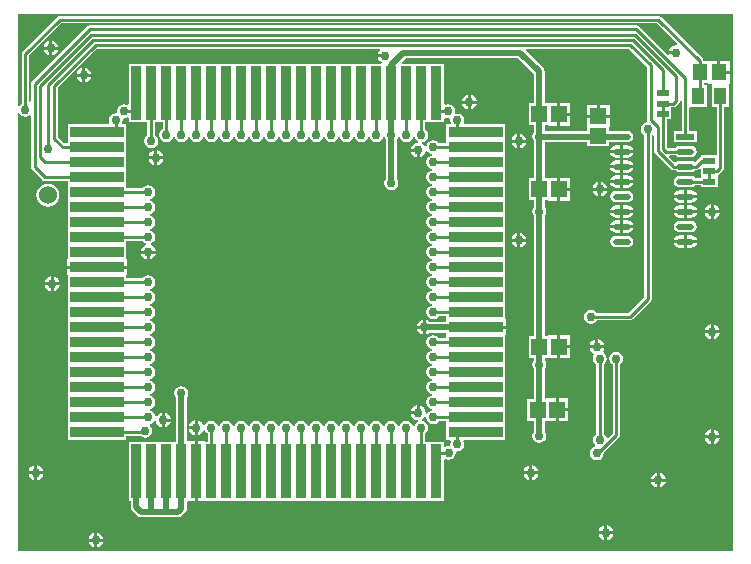
<source format=gbl>
G04 Layer_Physical_Order=2*
G04 Layer_Color=11436288*
%FSLAX24Y24*%
%MOIN*%
G70*
G01*
G75*
%ADD10R,0.0571X0.0532*%
%ADD16C,0.0090*%
%ADD17C,0.0200*%
%ADD18C,0.0100*%
%ADD19C,0.0600*%
%ADD20C,0.0300*%
%ADD21R,0.0354X0.1791*%
%ADD22R,0.1791X0.0354*%
%ADD23R,0.0532X0.0571*%
%ADD24R,0.0413X0.0571*%
%ADD25R,0.0591X0.0217*%
%ADD26O,0.0591X0.0217*%
%ADD27R,0.0512X0.0571*%
%ADD28R,0.0400X0.0200*%
G36*
X38239Y40204D02*
X38276Y40212D01*
X38312Y40176D01*
X38304Y40139D01*
X38321Y40057D01*
X38297Y40007D01*
X38183D01*
Y39493D01*
Y39377D01*
X37942D01*
X37916Y39416D01*
X37840Y39466D01*
X37750Y39484D01*
X37660Y39466D01*
X37584Y39416D01*
X37534Y39340D01*
X37522Y39283D01*
X37469Y39272D01*
X37430Y39330D01*
X37372Y39369D01*
X37383Y39422D01*
X37440Y39433D01*
X37516Y39484D01*
X37567Y39560D01*
X37584Y39650D01*
X37567Y39740D01*
X37516Y39816D01*
X37477Y39842D01*
Y40083D01*
X38107D01*
Y40197D01*
X38157Y40221D01*
X38239Y40204D01*
D02*
G37*
G36*
X46909Y41365D02*
X47025D01*
X47027Y41315D01*
X47027D01*
Y40585D01*
X47187D01*
Y38980D01*
X46670D01*
Y38921D01*
X46651Y38918D01*
X46610Y38890D01*
X46462Y38743D01*
X46410Y38777D01*
X46337Y38792D01*
X45963D01*
X45890Y38777D01*
X45827Y38736D01*
X45782Y38758D01*
X45613Y38926D01*
X45633Y38973D01*
X45822D01*
X45827Y38964D01*
X45890Y38923D01*
X45963Y38908D01*
X46337D01*
X46410Y38923D01*
X46473Y38964D01*
X46514Y39027D01*
X46529Y39100D01*
X46514Y39173D01*
X46473Y39236D01*
X46410Y39277D01*
X46337Y39292D01*
X45963D01*
X45890Y39277D01*
X45827Y39236D01*
X45822Y39227D01*
X45553D01*
X45527Y39253D01*
Y40170D01*
X45680D01*
Y40520D01*
Y40573D01*
X45750D01*
X45799Y40582D01*
X45840Y40610D01*
X45940Y40710D01*
X45968Y40751D01*
X45973Y40775D01*
X46023Y40770D01*
Y39788D01*
X45775D01*
Y39412D01*
X46525D01*
Y39788D01*
X46277D01*
Y40544D01*
X46299Y40585D01*
X46873D01*
Y41315D01*
X46762D01*
Y41385D01*
X46909D01*
Y41365D01*
D02*
G37*
G36*
X37518Y30261D02*
X37516Y30250D01*
X37534Y30160D01*
X37584Y30084D01*
X37660Y30033D01*
X37750Y30015D01*
X37840Y30033D01*
X37916Y30084D01*
X37942Y30122D01*
X38183D01*
Y29993D01*
Y29493D01*
X38312D01*
X38336Y29449D01*
X38322Y29429D01*
X38304Y29339D01*
X38306Y29329D01*
X38271Y29293D01*
X38261Y29295D01*
X38171Y29278D01*
X38151Y29264D01*
X38107Y29288D01*
Y29416D01*
X37477D01*
Y29708D01*
X37516Y29734D01*
X37567Y29810D01*
X37584Y29900D01*
X37567Y29990D01*
X37516Y30066D01*
X37440Y30117D01*
X37383Y30128D01*
X37372Y30181D01*
X37430Y30220D01*
X37471Y30280D01*
X37518Y30261D01*
D02*
G37*
G36*
X35976Y42485D02*
X35970Y42480D01*
X35915Y42398D01*
X35905Y42350D01*
X36150D01*
Y42250D01*
X35905D01*
X35915Y42202D01*
X35970Y42120D01*
X36022Y42085D01*
X36007Y42035D01*
X27593D01*
Y40684D01*
X27549Y40661D01*
X27540Y40667D01*
X27450Y40684D01*
X27360Y40667D01*
X27284Y40616D01*
X27233Y40540D01*
X27215Y40450D01*
X27223Y40412D01*
X27180Y40370D01*
X27161Y40374D01*
X27071Y40356D01*
X26995Y40305D01*
X26944Y40229D01*
X26926Y40139D01*
X26943Y40057D01*
X26921Y40007D01*
X25565D01*
Y39493D01*
Y39377D01*
X25453D01*
X25247Y39583D01*
Y41236D01*
X26544Y42533D01*
X35962D01*
X35976Y42485D01*
D02*
G37*
G36*
X47750Y25800D02*
X23900D01*
Y40370D01*
X23950Y40385D01*
X23984Y40334D01*
X24060Y40283D01*
X24150Y40265D01*
X24240Y40283D01*
X24278Y40309D01*
X24328Y40282D01*
Y38595D01*
X24337Y38546D01*
X24365Y38505D01*
X24710Y38160D01*
X24751Y38132D01*
X24800Y38122D01*
X25565D01*
Y37993D01*
Y37493D01*
Y36993D01*
Y36493D01*
Y35993D01*
Y35527D01*
X25545D01*
Y35300D01*
X27536D01*
Y35527D01*
X27516D01*
Y35993D01*
Y36122D01*
X28059D01*
X28084Y36084D01*
X28155Y36037D01*
X28157Y36015D01*
X28151Y35984D01*
X28070Y35930D01*
X28015Y35847D01*
X28005Y35800D01*
X28495D01*
X28486Y35847D01*
X28430Y35930D01*
X28349Y35984D01*
X28343Y36015D01*
X28345Y36037D01*
X28416Y36084D01*
X28467Y36160D01*
X28485Y36250D01*
X28467Y36340D01*
X28416Y36416D01*
X28340Y36467D01*
X28300Y36475D01*
Y36525D01*
X28340Y36533D01*
X28416Y36584D01*
X28467Y36660D01*
X28485Y36750D01*
X28467Y36840D01*
X28416Y36916D01*
X28340Y36967D01*
X28300Y36975D01*
Y37025D01*
X28340Y37033D01*
X28416Y37084D01*
X28467Y37160D01*
X28485Y37250D01*
X28467Y37340D01*
X28416Y37416D01*
X28340Y37467D01*
X28300Y37475D01*
Y37525D01*
X28340Y37533D01*
X28416Y37584D01*
X28467Y37660D01*
X28485Y37750D01*
X28467Y37840D01*
X28416Y37916D01*
X28340Y37967D01*
X28250Y37984D01*
X28160Y37967D01*
X28084Y37916D01*
X28059Y37877D01*
X27516D01*
Y37993D01*
Y38493D01*
Y38993D01*
Y39493D01*
Y40007D01*
X27401D01*
X27379Y40057D01*
X27395Y40139D01*
X27388Y40177D01*
X27430Y40219D01*
X27450Y40215D01*
X27540Y40233D01*
X27549Y40239D01*
X27593Y40216D01*
Y40083D01*
X28217D01*
Y39638D01*
X28184Y39616D01*
X28133Y39540D01*
X28115Y39450D01*
X28133Y39360D01*
X28184Y39284D01*
X28260Y39233D01*
X28350Y39216D01*
X28440Y39233D01*
X28516Y39284D01*
X28567Y39360D01*
X28584Y39450D01*
X28567Y39540D01*
X28516Y39616D01*
X28482Y39638D01*
Y40083D01*
X28722D01*
Y39842D01*
X28684Y39816D01*
X28633Y39740D01*
X28615Y39650D01*
X28633Y39560D01*
X28684Y39484D01*
X28760Y39433D01*
X28850Y39416D01*
X28940Y39433D01*
X29016Y39484D01*
X29067Y39560D01*
X29074Y39600D01*
X29125D01*
X29133Y39560D01*
X29184Y39484D01*
X29260Y39433D01*
X29350Y39416D01*
X29440Y39433D01*
X29516Y39484D01*
X29567Y39560D01*
X29574Y39600D01*
X29625D01*
X29633Y39560D01*
X29684Y39484D01*
X29760Y39433D01*
X29850Y39416D01*
X29940Y39433D01*
X30016Y39484D01*
X30067Y39560D01*
X30074Y39600D01*
X30125D01*
X30133Y39560D01*
X30184Y39484D01*
X30260Y39433D01*
X30350Y39416D01*
X30440Y39433D01*
X30516Y39484D01*
X30567Y39560D01*
X30574Y39600D01*
X30625D01*
X30633Y39560D01*
X30684Y39484D01*
X30760Y39433D01*
X30850Y39416D01*
X30940Y39433D01*
X31016Y39484D01*
X31067Y39560D01*
X31074Y39600D01*
X31125D01*
X31133Y39560D01*
X31184Y39484D01*
X31260Y39433D01*
X31350Y39416D01*
X31440Y39433D01*
X31516Y39484D01*
X31567Y39560D01*
X31574Y39600D01*
X31625D01*
X31633Y39560D01*
X31684Y39484D01*
X31760Y39433D01*
X31850Y39415D01*
X31940Y39433D01*
X32016Y39484D01*
X32067Y39560D01*
X32074Y39599D01*
X32125D01*
X32133Y39560D01*
X32184Y39484D01*
X32260Y39433D01*
X32350Y39416D01*
X32440Y39433D01*
X32516Y39484D01*
X32567Y39560D01*
X32574Y39600D01*
X32625D01*
X32633Y39560D01*
X32684Y39484D01*
X32760Y39433D01*
X32850Y39415D01*
X32940Y39433D01*
X33016Y39484D01*
X33067Y39560D01*
X33075Y39600D01*
X33125D01*
X33133Y39560D01*
X33184Y39484D01*
X33260Y39433D01*
X33350Y39415D01*
X33440Y39433D01*
X33516Y39484D01*
X33567Y39560D01*
X33574Y39599D01*
X33625D01*
X33633Y39560D01*
X33684Y39484D01*
X33760Y39433D01*
X33850Y39416D01*
X33940Y39433D01*
X34016Y39484D01*
X34067Y39560D01*
X34074Y39600D01*
X34125D01*
X34133Y39560D01*
X34184Y39484D01*
X34260Y39433D01*
X34350Y39416D01*
X34440Y39433D01*
X34516Y39484D01*
X34567Y39560D01*
X34574Y39600D01*
X34625D01*
X34633Y39560D01*
X34684Y39484D01*
X34760Y39433D01*
X34850Y39416D01*
X34940Y39433D01*
X35016Y39484D01*
X35067Y39560D01*
X35074Y39600D01*
X35125D01*
X35133Y39560D01*
X35184Y39484D01*
X35260Y39433D01*
X35350Y39416D01*
X35440Y39433D01*
X35516Y39484D01*
X35567Y39560D01*
X35574Y39600D01*
X35625D01*
X35633Y39560D01*
X35684Y39484D01*
X35760Y39433D01*
X35850Y39416D01*
X35940Y39433D01*
X36016Y39484D01*
X36067Y39560D01*
X36074Y39600D01*
X36125D01*
X36133Y39560D01*
X36166Y39511D01*
Y38189D01*
X36133Y38140D01*
X36116Y38050D01*
X36133Y37960D01*
X36184Y37884D01*
X36260Y37833D01*
X36350Y37815D01*
X36440Y37833D01*
X36516Y37884D01*
X36567Y37960D01*
X36585Y38050D01*
X36567Y38140D01*
X36534Y38189D01*
Y39511D01*
X36567Y39560D01*
X36574Y39599D01*
X36625D01*
X36633Y39560D01*
X36684Y39484D01*
X36760Y39433D01*
X36850Y39416D01*
X36940Y39433D01*
X37016Y39484D01*
X37067Y39560D01*
X37074Y39600D01*
X37125D01*
X37133Y39560D01*
X37184Y39484D01*
X37232Y39452D01*
X37221Y39399D01*
X37152Y39385D01*
X37070Y39330D01*
X37015Y39248D01*
X37005Y39200D01*
X37250D01*
Y39150D01*
X37300D01*
Y38905D01*
X37348Y38914D01*
X37430Y38970D01*
X37485Y39052D01*
X37499Y39121D01*
X37552Y39132D01*
X37584Y39084D01*
X37660Y39033D01*
X37700Y39025D01*
Y38974D01*
X37660Y38966D01*
X37584Y38916D01*
X37534Y38840D01*
X37516Y38750D01*
X37534Y38660D01*
X37584Y38584D01*
X37660Y38533D01*
X37700Y38525D01*
Y38474D01*
X37660Y38466D01*
X37584Y38416D01*
X37534Y38340D01*
X37516Y38250D01*
X37534Y38160D01*
X37584Y38084D01*
X37660Y38033D01*
X37700Y38025D01*
Y37974D01*
X37660Y37966D01*
X37584Y37916D01*
X37534Y37840D01*
X37516Y37750D01*
X37534Y37660D01*
X37584Y37584D01*
X37660Y37533D01*
X37700Y37525D01*
Y37474D01*
X37660Y37466D01*
X37584Y37416D01*
X37534Y37340D01*
X37516Y37250D01*
X37534Y37160D01*
X37584Y37084D01*
X37660Y37033D01*
X37700Y37025D01*
Y36974D01*
X37660Y36966D01*
X37584Y36916D01*
X37534Y36840D01*
X37516Y36750D01*
X37534Y36660D01*
X37584Y36584D01*
X37660Y36533D01*
X37700Y36525D01*
Y36474D01*
X37660Y36466D01*
X37584Y36416D01*
X37534Y36340D01*
X37516Y36250D01*
X37534Y36160D01*
X37584Y36084D01*
X37660Y36033D01*
X37700Y36025D01*
Y35974D01*
X37660Y35966D01*
X37584Y35916D01*
X37534Y35840D01*
X37516Y35750D01*
X37534Y35660D01*
X37584Y35584D01*
X37660Y35533D01*
X37700Y35525D01*
Y35474D01*
X37660Y35466D01*
X37584Y35416D01*
X37534Y35340D01*
X37516Y35250D01*
X37534Y35160D01*
X37584Y35084D01*
X37660Y35033D01*
X37700Y35025D01*
Y34974D01*
X37660Y34966D01*
X37584Y34916D01*
X37534Y34840D01*
X37516Y34750D01*
X37534Y34660D01*
X37584Y34584D01*
X37660Y34533D01*
X37700Y34525D01*
Y34474D01*
X37660Y34466D01*
X37584Y34416D01*
X37534Y34340D01*
X37516Y34250D01*
X37534Y34160D01*
X37584Y34084D01*
X37660Y34033D01*
X37700Y34025D01*
Y33974D01*
X37660Y33966D01*
X37584Y33916D01*
X37534Y33840D01*
X37516Y33750D01*
X37534Y33660D01*
X37584Y33584D01*
X37660Y33533D01*
X37750Y33515D01*
X37840Y33533D01*
X37916Y33584D01*
X37942Y33622D01*
X38183D01*
Y33527D01*
X38163D01*
Y33433D01*
X37626D01*
X37548Y33485D01*
X37500Y33495D01*
Y33250D01*
Y33005D01*
X37548Y33014D01*
X37626Y33066D01*
X38163D01*
Y32973D01*
X38183D01*
Y32877D01*
X37941D01*
X37916Y32916D01*
X37840Y32966D01*
X37750Y32984D01*
X37660Y32966D01*
X37584Y32916D01*
X37533Y32840D01*
X37515Y32750D01*
X37533Y32660D01*
X37584Y32584D01*
X37660Y32533D01*
X37700Y32525D01*
Y32474D01*
X37660Y32466D01*
X37584Y32416D01*
X37534Y32340D01*
X37516Y32250D01*
X37534Y32160D01*
X37584Y32084D01*
X37660Y32033D01*
X37700Y32025D01*
Y31974D01*
X37660Y31966D01*
X37584Y31916D01*
X37533Y31840D01*
X37515Y31750D01*
X37533Y31660D01*
X37584Y31584D01*
X37660Y31533D01*
X37700Y31525D01*
Y31474D01*
X37660Y31466D01*
X37584Y31416D01*
X37534Y31340D01*
X37516Y31250D01*
X37534Y31160D01*
X37584Y31084D01*
X37660Y31033D01*
X37700Y31025D01*
Y30974D01*
X37660Y30966D01*
X37584Y30916D01*
X37533Y30840D01*
X37515Y30750D01*
X37533Y30660D01*
X37584Y30584D01*
X37660Y30533D01*
X37700Y30525D01*
Y30474D01*
X37660Y30466D01*
X37584Y30416D01*
X37548Y30362D01*
X37501Y30381D01*
X37505Y30400D01*
X37485Y30498D01*
X37430Y30580D01*
X37348Y30635D01*
X37300Y30645D01*
Y30400D01*
X37250D01*
Y30350D01*
X37005D01*
X37015Y30302D01*
X37070Y30220D01*
X37152Y30164D01*
X37221Y30151D01*
X37232Y30098D01*
X37184Y30066D01*
X37133Y29990D01*
X37125Y29950D01*
X37074D01*
X37067Y29990D01*
X37016Y30066D01*
X36940Y30117D01*
X36850Y30134D01*
X36760Y30117D01*
X36684Y30066D01*
X36633Y29990D01*
X36625Y29950D01*
X36574D01*
X36567Y29990D01*
X36516Y30066D01*
X36440Y30117D01*
X36350Y30134D01*
X36260Y30117D01*
X36184Y30066D01*
X36133Y29990D01*
X36125Y29950D01*
X36074D01*
X36067Y29990D01*
X36016Y30066D01*
X35940Y30117D01*
X35850Y30134D01*
X35760Y30117D01*
X35684Y30066D01*
X35633Y29990D01*
X35625Y29950D01*
X35574D01*
X35567Y29990D01*
X35516Y30066D01*
X35440Y30117D01*
X35350Y30134D01*
X35260Y30117D01*
X35184Y30066D01*
X35133Y29990D01*
X35125Y29950D01*
X35074D01*
X35067Y29990D01*
X35016Y30066D01*
X34940Y30117D01*
X34850Y30134D01*
X34760Y30117D01*
X34684Y30066D01*
X34633Y29990D01*
X34625Y29950D01*
X34574D01*
X34567Y29990D01*
X34516Y30066D01*
X34440Y30117D01*
X34350Y30134D01*
X34260Y30117D01*
X34184Y30066D01*
X34133Y29990D01*
X34125Y29950D01*
X34074D01*
X34067Y29990D01*
X34016Y30066D01*
X33940Y30117D01*
X33850Y30134D01*
X33760Y30117D01*
X33684Y30066D01*
X33633Y29990D01*
X33625Y29950D01*
X33574D01*
X33567Y29990D01*
X33516Y30066D01*
X33440Y30117D01*
X33350Y30134D01*
X33260Y30117D01*
X33184Y30066D01*
X33133Y29990D01*
X33125Y29950D01*
X33074D01*
X33067Y29990D01*
X33016Y30066D01*
X32940Y30117D01*
X32850Y30134D01*
X32760Y30117D01*
X32684Y30066D01*
X32633Y29990D01*
X32625Y29950D01*
X32574D01*
X32567Y29990D01*
X32516Y30066D01*
X32440Y30117D01*
X32350Y30134D01*
X32260Y30117D01*
X32184Y30066D01*
X32133Y29990D01*
X32125Y29950D01*
X32074D01*
X32067Y29990D01*
X32016Y30066D01*
X31940Y30117D01*
X31850Y30134D01*
X31760Y30117D01*
X31684Y30066D01*
X31633Y29990D01*
X31625Y29950D01*
X31574D01*
X31567Y29990D01*
X31516Y30066D01*
X31440Y30117D01*
X31350Y30134D01*
X31260Y30117D01*
X31184Y30066D01*
X31133Y29990D01*
X31125Y29950D01*
X31074D01*
X31067Y29990D01*
X31016Y30066D01*
X30940Y30117D01*
X30850Y30134D01*
X30760Y30117D01*
X30684Y30066D01*
X30633Y29990D01*
X30625Y29950D01*
X30574D01*
X30567Y29990D01*
X30516Y30066D01*
X30440Y30117D01*
X30350Y30134D01*
X30260Y30117D01*
X30184Y30066D01*
X30137Y29995D01*
X30113Y29994D01*
X30084Y29999D01*
X30030Y30080D01*
X29948Y30135D01*
X29900Y30145D01*
Y29900D01*
Y29655D01*
X29948Y29664D01*
X30030Y29720D01*
X30084Y29800D01*
X30113Y29806D01*
X30137Y29805D01*
X30184Y29734D01*
X30222Y29708D01*
Y29416D01*
X30127D01*
Y29436D01*
X29900D01*
Y28441D01*
Y27445D01*
X30127D01*
Y27465D01*
X38107D01*
Y28834D01*
X38151Y28858D01*
X38171Y28844D01*
X38261Y28826D01*
X38351Y28844D01*
X38427Y28895D01*
X38478Y28971D01*
X38495Y29061D01*
X38493Y29071D01*
X38529Y29106D01*
X38539Y29104D01*
X38629Y29122D01*
X38705Y29173D01*
X38756Y29249D01*
X38773Y29339D01*
X38756Y29429D01*
X38742Y29449D01*
X38766Y29493D01*
X40135D01*
Y29993D01*
Y30493D01*
Y30993D01*
Y31493D01*
Y31993D01*
Y32493D01*
Y32973D01*
X40155D01*
Y33200D01*
X39159D01*
Y33300D01*
X40155D01*
Y33527D01*
X40135D01*
Y33993D01*
Y34493D01*
Y34993D01*
Y35493D01*
Y35993D01*
Y36493D01*
Y36993D01*
Y37493D01*
Y37993D01*
Y38493D01*
Y38993D01*
Y39493D01*
Y40007D01*
X38781D01*
X38757Y40057D01*
X38773Y40139D01*
X38756Y40229D01*
X38705Y40305D01*
X38629Y40355D01*
X38539Y40373D01*
X38501Y40366D01*
X38466Y40401D01*
X38473Y40439D01*
X38455Y40529D01*
X38405Y40605D01*
X38329Y40655D01*
X38239Y40673D01*
X38157Y40657D01*
X38107Y40681D01*
Y42035D01*
X36709D01*
X36690Y42081D01*
X36826Y42216D01*
X40574D01*
X41091Y41699D01*
Y40715D01*
X40929D01*
Y39985D01*
X41091D01*
Y39739D01*
X41058Y39690D01*
X41040Y39600D01*
X41058Y39510D01*
X41091Y39461D01*
Y38215D01*
X40929D01*
Y37485D01*
X41091D01*
Y37239D01*
X41058Y37190D01*
X41040Y37100D01*
X41058Y37010D01*
X41091Y36961D01*
Y32965D01*
X40929D01*
Y32235D01*
X41091D01*
Y32139D01*
X41058Y32090D01*
X41040Y32000D01*
X41058Y31910D01*
X41091Y31861D01*
Y30865D01*
X40879D01*
Y30135D01*
X41091D01*
Y29764D01*
X41058Y29715D01*
X41040Y29625D01*
X41058Y29535D01*
X41109Y29459D01*
X41185Y29408D01*
X41275Y29390D01*
X41365Y29408D01*
X41441Y29459D01*
X41491Y29535D01*
X41509Y29625D01*
X41491Y29715D01*
X41458Y29764D01*
Y30135D01*
X41509D01*
Y30115D01*
X41825D01*
Y30500D01*
Y30885D01*
X41509D01*
Y30865D01*
X41458D01*
Y31861D01*
X41491Y31910D01*
X41509Y32000D01*
X41491Y32090D01*
X41458Y32139D01*
Y32235D01*
X41559D01*
Y32215D01*
X41875D01*
Y32600D01*
Y32985D01*
X41559D01*
Y32965D01*
X41458D01*
Y36961D01*
X41491Y37010D01*
X41509Y37100D01*
X41491Y37190D01*
X41458Y37239D01*
Y37485D01*
X41559D01*
Y37465D01*
X41875D01*
Y37850D01*
Y38235D01*
X41559D01*
Y38215D01*
X41458D01*
Y39416D01*
X42885D01*
Y39279D01*
X43615D01*
Y39416D01*
X43795D01*
X43837Y39408D01*
X44211D01*
X44284Y39423D01*
X44347Y39464D01*
X44388Y39527D01*
X44403Y39600D01*
X44388Y39673D01*
X44347Y39736D01*
X44284Y39777D01*
X44211Y39792D01*
X43837D01*
X43795Y39784D01*
X43615D01*
Y39909D01*
X43635D01*
Y40225D01*
X42865D01*
Y39909D01*
X42885D01*
Y39784D01*
X41458D01*
Y39985D01*
X41559D01*
Y39965D01*
X41875D01*
Y40350D01*
Y40735D01*
X41559D01*
Y40715D01*
X41458D01*
Y41775D01*
X41447Y41834D01*
X41444Y41845D01*
X41405Y41905D01*
X40827Y42483D01*
X40848Y42533D01*
X44266D01*
X44873Y41926D01*
Y40150D01*
X44882Y40101D01*
X44873Y40079D01*
X44810Y40067D01*
X44734Y40016D01*
X44683Y39940D01*
X44665Y39850D01*
X44683Y39760D01*
X44734Y39684D01*
X44773Y39659D01*
Y34253D01*
X44247Y33727D01*
X43191D01*
X43166Y33766D01*
X43090Y33817D01*
X43000Y33835D01*
X42910Y33817D01*
X42834Y33766D01*
X42783Y33690D01*
X42765Y33600D01*
X42783Y33510D01*
X42834Y33434D01*
X42910Y33383D01*
X43000Y33365D01*
X43090Y33383D01*
X43166Y33434D01*
X43191Y33473D01*
X44300D01*
X44349Y33482D01*
X44390Y33510D01*
X44990Y34110D01*
X45018Y34151D01*
X45027Y34200D01*
Y39635D01*
X45053Y39653D01*
X45103Y39626D01*
Y39130D01*
X45112Y39081D01*
X45140Y39039D01*
X45641Y38539D01*
X45660Y38510D01*
X45701Y38482D01*
X45750Y38473D01*
X45822D01*
X45827Y38464D01*
X45890Y38423D01*
X45963Y38408D01*
X46337D01*
X46410Y38423D01*
X46473Y38464D01*
X46478Y38473D01*
X46500D01*
X46549Y38482D01*
X46590Y38510D01*
X46624Y38544D01*
X46670Y38524D01*
Y38270D01*
Y38227D01*
X46478D01*
X46473Y38236D01*
X46410Y38277D01*
X46337Y38292D01*
X45963D01*
X45890Y38277D01*
X45827Y38236D01*
X45786Y38173D01*
X45771Y38100D01*
X45786Y38027D01*
X45827Y37964D01*
X45890Y37923D01*
X45963Y37908D01*
X46337D01*
X46410Y37923D01*
X46473Y37964D01*
X46478Y37973D01*
X46670D01*
Y37920D01*
X47230D01*
Y38270D01*
Y38329D01*
X47249Y38332D01*
X47290Y38360D01*
X47404Y38474D01*
X47432Y38515D01*
X47442Y38564D01*
Y40585D01*
X47601D01*
Y41315D01*
X47601D01*
X47603Y41365D01*
X47621D01*
Y41700D01*
X47265D01*
Y41750D01*
X47215D01*
Y42135D01*
X46909D01*
Y42115D01*
X46762D01*
X46753Y42164D01*
X46725Y42205D01*
X45340Y43590D01*
X45299Y43618D01*
X45250Y43627D01*
X25300D01*
X25251Y43618D01*
X25210Y43590D01*
X24060Y42440D01*
X24032Y42399D01*
X24023Y42350D01*
Y40691D01*
X23984Y40666D01*
X23950Y40615D01*
X23900Y40630D01*
Y43700D01*
X47750D01*
Y25800D01*
D02*
G37*
G36*
X45872Y42698D02*
X45845Y42654D01*
X45752Y42635D01*
X45670Y42580D01*
X45615Y42498D01*
X45605Y42450D01*
X45850D01*
Y42350D01*
X45605D01*
X45606Y42345D01*
X45560Y42320D01*
X44610Y43270D01*
X44569Y43298D01*
X44520Y43307D01*
X26290D01*
X26241Y43298D01*
X26199Y43270D01*
X24365Y41436D01*
X24337Y41394D01*
X24328Y41345D01*
Y40776D01*
X24278Y40748D01*
X24277Y40748D01*
Y42297D01*
X25353Y43373D01*
X45197D01*
X45872Y42698D01*
D02*
G37*
%LPC*%
G36*
X25000Y34650D02*
X24805D01*
X24815Y34602D01*
X24870Y34520D01*
X24952Y34464D01*
X25000Y34455D01*
Y34650D01*
D02*
G37*
G36*
X37400Y33200D02*
X37205D01*
X37215Y33152D01*
X37270Y33070D01*
X37353Y33014D01*
X37400Y33005D01*
Y33200D01*
D02*
G37*
G36*
Y33495D02*
X37353Y33485D01*
X37270Y33430D01*
X37215Y33347D01*
X37205Y33300D01*
X37400D01*
Y33495D01*
D02*
G37*
G36*
X47100Y33345D02*
Y33150D01*
X47295D01*
X47285Y33198D01*
X47230Y33280D01*
X47148Y33335D01*
X47100Y33345D01*
D02*
G37*
G36*
X47000D02*
X46952Y33335D01*
X46870Y33280D01*
X46815Y33198D01*
X46805Y33150D01*
X47000D01*
Y33345D01*
D02*
G37*
G36*
X42291Y32550D02*
X41975D01*
Y32215D01*
X42291D01*
Y32550D01*
D02*
G37*
G36*
Y32985D02*
X41975D01*
Y32650D01*
X42291D01*
Y32985D01*
D02*
G37*
G36*
X37200Y30645D02*
X37152Y30635D01*
X37070Y30580D01*
X37015Y30498D01*
X37005Y30450D01*
X37200D01*
Y30645D01*
D02*
G37*
G36*
X42241Y30885D02*
X41925D01*
Y30550D01*
X42241D01*
Y30885D01*
D02*
G37*
G36*
X47000Y33050D02*
X46805D01*
X46815Y33002D01*
X46870Y32920D01*
X46952Y32864D01*
X47000Y32855D01*
Y33050D01*
D02*
G37*
G36*
X47295D02*
X47100D01*
Y32855D01*
X47148Y32864D01*
X47230Y32920D01*
X47285Y33002D01*
X47295Y33050D01*
D02*
G37*
G36*
X43150Y32845D02*
X43102Y32835D01*
X43020Y32780D01*
X42965Y32698D01*
X42955Y32650D01*
X43150D01*
Y32845D01*
D02*
G37*
G36*
X43250D02*
Y32650D01*
X43445D01*
X43436Y32698D01*
X43380Y32780D01*
X43298Y32835D01*
X43250Y32845D01*
D02*
G37*
G36*
X46337Y36312D02*
X46200D01*
Y36150D01*
X46539D01*
X46533Y36181D01*
X46487Y36250D01*
X46418Y36296D01*
X46337Y36312D01*
D02*
G37*
G36*
X40550Y36395D02*
X40502Y36385D01*
X40420Y36330D01*
X40365Y36248D01*
X40355Y36200D01*
X40550D01*
Y36395D01*
D02*
G37*
G36*
X44211Y36292D02*
X43837D01*
X43764Y36277D01*
X43701Y36236D01*
X43660Y36173D01*
X43645Y36100D01*
X43660Y36027D01*
X43701Y35964D01*
X43764Y35923D01*
X43837Y35908D01*
X44211D01*
X44284Y35923D01*
X44347Y35964D01*
X44388Y36027D01*
X44403Y36100D01*
X44388Y36173D01*
X44347Y36236D01*
X44284Y36277D01*
X44211Y36292D01*
D02*
G37*
G36*
X46100Y36312D02*
X45963D01*
X45882Y36296D01*
X45813Y36250D01*
X45767Y36181D01*
X45761Y36150D01*
X46100D01*
Y36312D01*
D02*
G37*
G36*
X44413Y36550D02*
X44074D01*
Y36388D01*
X44211D01*
X44292Y36404D01*
X44361Y36450D01*
X44407Y36519D01*
X44413Y36550D01*
D02*
G37*
G36*
X46337Y36792D02*
X45963D01*
X45890Y36777D01*
X45827Y36736D01*
X45786Y36673D01*
X45771Y36600D01*
X45786Y36527D01*
X45827Y36464D01*
X45890Y36423D01*
X45963Y36408D01*
X46337D01*
X46410Y36423D01*
X46473Y36464D01*
X46514Y36527D01*
X46529Y36600D01*
X46514Y36673D01*
X46473Y36736D01*
X46410Y36777D01*
X46337Y36792D01*
D02*
G37*
G36*
X40650Y36395D02*
Y36200D01*
X40845D01*
X40835Y36248D01*
X40780Y36330D01*
X40698Y36385D01*
X40650Y36395D01*
D02*
G37*
G36*
X43974Y36550D02*
X43635D01*
X43641Y36519D01*
X43687Y36450D01*
X43756Y36404D01*
X43837Y36388D01*
X43974D01*
Y36550D01*
D02*
G37*
G36*
X40845Y36100D02*
X40650D01*
Y35905D01*
X40698Y35914D01*
X40780Y35970D01*
X40835Y36052D01*
X40845Y36100D01*
D02*
G37*
G36*
X25100Y34945D02*
Y34750D01*
X25295D01*
X25285Y34798D01*
X25230Y34880D01*
X25148Y34935D01*
X25100Y34945D01*
D02*
G37*
G36*
X28200Y35700D02*
X28005D01*
X28015Y35652D01*
X28070Y35570D01*
X28153Y35514D01*
X28200Y35505D01*
Y35700D01*
D02*
G37*
G36*
X25295Y34650D02*
X25100D01*
Y34455D01*
X25148Y34464D01*
X25230Y34520D01*
X25285Y34602D01*
X25295Y34650D01*
D02*
G37*
G36*
X25000Y34945D02*
X24952Y34935D01*
X24870Y34880D01*
X24815Y34798D01*
X24805Y34750D01*
X25000D01*
Y34945D01*
D02*
G37*
G36*
X46539Y36050D02*
X46200D01*
Y35888D01*
X46337D01*
X46418Y35904D01*
X46487Y35950D01*
X46533Y36019D01*
X46539Y36050D01*
D02*
G37*
G36*
X40550Y36100D02*
X40355D01*
X40365Y36052D01*
X40420Y35970D01*
X40502Y35914D01*
X40550Y35905D01*
Y36100D01*
D02*
G37*
G36*
X28495Y35700D02*
X28300D01*
Y35505D01*
X28348Y35514D01*
X28430Y35570D01*
X28486Y35652D01*
X28495Y35700D01*
D02*
G37*
G36*
X46100Y36050D02*
X45761D01*
X45767Y36019D01*
X45813Y35950D01*
X45882Y35904D01*
X45963Y35888D01*
X46100D01*
Y36050D01*
D02*
G37*
G36*
X28800Y30395D02*
Y30200D01*
X28995D01*
X28986Y30248D01*
X28930Y30330D01*
X28848Y30385D01*
X28800Y30395D01*
D02*
G37*
G36*
X45495Y28100D02*
X45300D01*
Y27905D01*
X45348Y27915D01*
X45430Y27970D01*
X45486Y28052D01*
X45495Y28100D01*
D02*
G37*
G36*
X45200D02*
X45005D01*
X45015Y28052D01*
X45070Y27970D01*
X45152Y27915D01*
X45200Y27905D01*
Y28100D01*
D02*
G37*
G36*
X29350Y31284D02*
X29260Y31267D01*
X29184Y31216D01*
X29133Y31140D01*
X29115Y31050D01*
X29133Y30960D01*
X29166Y30911D01*
Y29416D01*
X27593D01*
Y27465D01*
X27666D01*
Y27250D01*
X27678Y27192D01*
X27680Y27180D01*
X27720Y27120D01*
X27870Y26970D01*
X27930Y26930D01*
X28000Y26916D01*
X29250D01*
X29309Y26928D01*
X29320Y26930D01*
X29380Y26970D01*
X29480Y27070D01*
X29519Y27130D01*
X29522Y27141D01*
X29533Y27200D01*
Y27419D01*
X29573Y27445D01*
X29800D01*
Y28441D01*
Y29436D01*
X29573D01*
X29533Y29462D01*
Y30911D01*
X29567Y30960D01*
X29584Y31050D01*
X29567Y31140D01*
X29516Y31216D01*
X29440Y31267D01*
X29350Y31284D01*
D02*
G37*
G36*
X24450Y28350D02*
X24255D01*
X24265Y28302D01*
X24320Y28220D01*
X24402Y28165D01*
X24450Y28155D01*
Y28350D01*
D02*
G37*
G36*
X41245D02*
X41050D01*
Y28155D01*
X41098Y28165D01*
X41180Y28220D01*
X41235Y28302D01*
X41245Y28350D01*
D02*
G37*
G36*
X40950D02*
X40755D01*
X40765Y28302D01*
X40820Y28220D01*
X40902Y28165D01*
X40950Y28155D01*
Y28350D01*
D02*
G37*
G36*
X24745D02*
X24550D01*
Y28155D01*
X24598Y28165D01*
X24680Y28220D01*
X24736Y28302D01*
X24745Y28350D01*
D02*
G37*
G36*
X43550Y26645D02*
Y26450D01*
X43745D01*
X43735Y26498D01*
X43680Y26580D01*
X43598Y26635D01*
X43550Y26645D01*
D02*
G37*
G36*
X43450Y26350D02*
X43255D01*
X43265Y26302D01*
X43320Y26220D01*
X43402Y26165D01*
X43450Y26155D01*
Y26350D01*
D02*
G37*
G36*
X26745Y26100D02*
X26550D01*
Y25905D01*
X26598Y25914D01*
X26680Y25970D01*
X26735Y26052D01*
X26745Y26100D01*
D02*
G37*
G36*
X26450D02*
X26255D01*
X26265Y26052D01*
X26320Y25970D01*
X26402Y25914D01*
X26450Y25905D01*
Y26100D01*
D02*
G37*
G36*
X43745Y26350D02*
X43550D01*
Y26155D01*
X43598Y26165D01*
X43680Y26220D01*
X43735Y26302D01*
X43745Y26350D01*
D02*
G37*
G36*
X43450Y26645D02*
X43402Y26635D01*
X43320Y26580D01*
X43265Y26498D01*
X43255Y26450D01*
X43450D01*
Y26645D01*
D02*
G37*
G36*
X26550Y26395D02*
Y26200D01*
X26745D01*
X26735Y26248D01*
X26680Y26330D01*
X26598Y26385D01*
X26550Y26395D01*
D02*
G37*
G36*
X26450D02*
X26402Y26385D01*
X26320Y26330D01*
X26265Y26248D01*
X26255Y26200D01*
X26450D01*
Y26395D01*
D02*
G37*
G36*
X45200Y28395D02*
X45152Y28385D01*
X45070Y28330D01*
X45015Y28248D01*
X45005Y28200D01*
X45200D01*
Y28395D01*
D02*
G37*
G36*
X29800Y29850D02*
X29605D01*
X29615Y29802D01*
X29670Y29720D01*
X29752Y29664D01*
X29800Y29655D01*
Y29850D01*
D02*
G37*
G36*
X47100Y29845D02*
Y29650D01*
X47295D01*
X47285Y29698D01*
X47230Y29780D01*
X47148Y29835D01*
X47100Y29845D01*
D02*
G37*
G36*
X47000D02*
X46952Y29835D01*
X46870Y29780D01*
X46815Y29698D01*
X46805Y29650D01*
X47000D01*
Y29845D01*
D02*
G37*
G36*
X27536Y35200D02*
X25545D01*
Y34973D01*
X25565D01*
Y34493D01*
Y33993D01*
Y33493D01*
Y32993D01*
Y32493D01*
Y31993D01*
Y31493D01*
Y30993D01*
Y30493D01*
Y29993D01*
Y29493D01*
X27516D01*
Y29622D01*
X28002D01*
X28060Y29583D01*
X28150Y29565D01*
X28240Y29583D01*
X28316Y29634D01*
X28367Y29710D01*
X28385Y29800D01*
X28367Y29890D01*
X28316Y29966D01*
X28302Y29975D01*
X28313Y30028D01*
X28340Y30033D01*
X28416Y30084D01*
X28448Y30132D01*
X28501Y30121D01*
X28515Y30052D01*
X28570Y29970D01*
X28652Y29915D01*
X28700Y29905D01*
Y30150D01*
Y30395D01*
X28652Y30385D01*
X28570Y30330D01*
X28531Y30272D01*
X28478Y30283D01*
X28467Y30340D01*
X28416Y30416D01*
X28340Y30467D01*
X28300Y30475D01*
Y30525D01*
X28340Y30533D01*
X28416Y30584D01*
X28467Y30660D01*
X28485Y30750D01*
X28467Y30840D01*
X28416Y30916D01*
X28340Y30967D01*
X28300Y30975D01*
Y31025D01*
X28340Y31033D01*
X28416Y31084D01*
X28467Y31160D01*
X28485Y31250D01*
X28467Y31340D01*
X28416Y31416D01*
X28340Y31467D01*
X28300Y31475D01*
Y31525D01*
X28340Y31533D01*
X28416Y31584D01*
X28467Y31660D01*
X28485Y31750D01*
X28467Y31840D01*
X28416Y31916D01*
X28340Y31967D01*
X28300Y31975D01*
Y32025D01*
X28340Y32033D01*
X28416Y32084D01*
X28467Y32160D01*
X28485Y32250D01*
X28467Y32340D01*
X28416Y32416D01*
X28340Y32467D01*
X28300Y32475D01*
Y32525D01*
X28340Y32533D01*
X28416Y32584D01*
X28467Y32660D01*
X28485Y32750D01*
X28467Y32840D01*
X28416Y32916D01*
X28340Y32967D01*
X28300Y32975D01*
Y33025D01*
X28340Y33033D01*
X28416Y33084D01*
X28467Y33160D01*
X28485Y33250D01*
X28467Y33340D01*
X28416Y33416D01*
X28340Y33467D01*
X28300Y33475D01*
Y33525D01*
X28340Y33533D01*
X28416Y33584D01*
X28467Y33660D01*
X28485Y33750D01*
X28467Y33840D01*
X28416Y33916D01*
X28340Y33967D01*
X28300Y33975D01*
Y34025D01*
X28340Y34033D01*
X28416Y34084D01*
X28467Y34160D01*
X28485Y34250D01*
X28467Y34340D01*
X28416Y34416D01*
X28340Y34467D01*
X28300Y34475D01*
Y34525D01*
X28340Y34533D01*
X28416Y34584D01*
X28467Y34660D01*
X28485Y34750D01*
X28467Y34840D01*
X28416Y34916D01*
X28340Y34967D01*
X28250Y34985D01*
X28160Y34967D01*
X28084Y34916D01*
X28059Y34877D01*
X27516D01*
Y34973D01*
X27536D01*
Y35200D01*
D02*
G37*
G36*
X42241Y30450D02*
X41925D01*
Y30115D01*
X42241D01*
Y30450D01*
D02*
G37*
G36*
X29800Y30145D02*
X29752Y30135D01*
X29670Y30080D01*
X29615Y29998D01*
X29605Y29950D01*
X29800D01*
Y30145D01*
D02*
G37*
G36*
X28995Y30100D02*
X28800D01*
Y29905D01*
X28848Y29915D01*
X28930Y29970D01*
X28986Y30052D01*
X28995Y30100D01*
D02*
G37*
G36*
X47295Y29550D02*
X47100D01*
Y29355D01*
X47148Y29365D01*
X47230Y29420D01*
X47285Y29502D01*
X47295Y29550D01*
D02*
G37*
G36*
X24550Y28645D02*
Y28450D01*
X24745D01*
X24736Y28498D01*
X24680Y28580D01*
X24598Y28635D01*
X24550Y28645D01*
D02*
G37*
G36*
X24450D02*
X24402Y28635D01*
X24320Y28580D01*
X24265Y28498D01*
X24255Y28450D01*
X24450D01*
Y28645D01*
D02*
G37*
G36*
X45300Y28395D02*
Y28200D01*
X45495D01*
X45486Y28248D01*
X45430Y28330D01*
X45348Y28385D01*
X45300Y28395D01*
D02*
G37*
G36*
X40950Y28645D02*
X40902Y28635D01*
X40820Y28580D01*
X40765Y28498D01*
X40755Y28450D01*
X40950D01*
Y28645D01*
D02*
G37*
G36*
X47000Y29550D02*
X46805D01*
X46815Y29502D01*
X46870Y29420D01*
X46952Y29365D01*
X47000Y29355D01*
Y29550D01*
D02*
G37*
G36*
X43445Y32550D02*
X42955D01*
X42965Y32502D01*
X43020Y32420D01*
X43102Y32364D01*
X43114Y32336D01*
X43083Y32290D01*
X43066Y32200D01*
X43083Y32110D01*
X43134Y32034D01*
X43173Y32009D01*
Y29691D01*
X43134Y29666D01*
X43083Y29590D01*
X43066Y29500D01*
X43083Y29410D01*
X43134Y29334D01*
X43148Y29325D01*
X43137Y29272D01*
X43110Y29267D01*
X43034Y29216D01*
X42983Y29140D01*
X42965Y29050D01*
X42983Y28960D01*
X43034Y28884D01*
X43110Y28833D01*
X43200Y28815D01*
X43290Y28833D01*
X43366Y28884D01*
X43417Y28960D01*
X43435Y29050D01*
X43432Y29063D01*
X43940Y29571D01*
X43968Y29612D01*
X43977Y29661D01*
Y32009D01*
X44016Y32034D01*
X44067Y32110D01*
X44085Y32200D01*
X44067Y32290D01*
X44016Y32366D01*
X43940Y32417D01*
X43850Y32434D01*
X43760Y32417D01*
X43684Y32366D01*
X43633Y32290D01*
X43615Y32200D01*
X43633Y32110D01*
X43684Y32034D01*
X43723Y32009D01*
Y29714D01*
X43568Y29559D01*
X43520Y29574D01*
X43517Y29590D01*
X43466Y29666D01*
X43427Y29691D01*
Y32009D01*
X43466Y32034D01*
X43517Y32110D01*
X43535Y32200D01*
X43517Y32290D01*
X43466Y32366D01*
X43423Y32394D01*
X43407Y32460D01*
X43407Y32460D01*
X43436Y32502D01*
X43445Y32550D01*
D02*
G37*
G36*
X41050Y28645D02*
Y28450D01*
X41245D01*
X41235Y28498D01*
X41180Y28580D01*
X41098Y28635D01*
X41050Y28645D01*
D02*
G37*
G36*
X43974Y36812D02*
X43837D01*
X43756Y36796D01*
X43687Y36750D01*
X43641Y36681D01*
X43635Y36650D01*
X43974D01*
Y36812D01*
D02*
G37*
G36*
X40550Y39400D02*
X40355D01*
X40365Y39352D01*
X40420Y39270D01*
X40502Y39214D01*
X40550Y39205D01*
Y39400D01*
D02*
G37*
G36*
X44211Y39312D02*
X44074D01*
Y39150D01*
X44413D01*
X44407Y39181D01*
X44361Y39250D01*
X44292Y39296D01*
X44211Y39312D01*
D02*
G37*
G36*
X43974D02*
X43837D01*
X43756Y39296D01*
X43687Y39250D01*
X43641Y39181D01*
X43635Y39150D01*
X43974D01*
Y39312D01*
D02*
G37*
G36*
X40845Y39400D02*
X40650D01*
Y39205D01*
X40698Y39214D01*
X40780Y39270D01*
X40835Y39352D01*
X40845Y39400D01*
D02*
G37*
G36*
X42291Y40300D02*
X41975D01*
Y39965D01*
X42291D01*
Y40300D01*
D02*
G37*
G36*
X40650Y39695D02*
Y39500D01*
X40845D01*
X40835Y39548D01*
X40780Y39630D01*
X40698Y39685D01*
X40650Y39695D01*
D02*
G37*
G36*
X40550D02*
X40502Y39685D01*
X40420Y39630D01*
X40365Y39548D01*
X40355Y39500D01*
X40550D01*
Y39695D01*
D02*
G37*
G36*
X28550Y39145D02*
Y38950D01*
X28745D01*
X28735Y38998D01*
X28680Y39080D01*
X28598Y39135D01*
X28550Y39145D01*
D02*
G37*
G36*
X28745Y38850D02*
X28550D01*
Y38655D01*
X28598Y38665D01*
X28680Y38720D01*
X28735Y38802D01*
X28745Y38850D01*
D02*
G37*
G36*
X28450D02*
X28255D01*
X28265Y38802D01*
X28320Y38720D01*
X28402Y38665D01*
X28450Y38655D01*
Y38850D01*
D02*
G37*
G36*
X44211Y38812D02*
X44074D01*
Y38650D01*
X44413D01*
X44407Y38681D01*
X44361Y38750D01*
X44292Y38796D01*
X44211Y38812D01*
D02*
G37*
G36*
X43974Y39050D02*
X43635D01*
X43641Y39019D01*
X43687Y38950D01*
X43756Y38904D01*
X43837Y38888D01*
X43974D01*
Y39050D01*
D02*
G37*
G36*
X28450Y39145D02*
X28402Y39135D01*
X28320Y39080D01*
X28265Y38998D01*
X28255Y38950D01*
X28450D01*
Y39145D01*
D02*
G37*
G36*
X37200Y39100D02*
X37005D01*
X37015Y39052D01*
X37070Y38970D01*
X37152Y38914D01*
X37200Y38905D01*
Y39100D01*
D02*
G37*
G36*
X44413Y39050D02*
X44074D01*
Y38888D01*
X44211D01*
X44292Y38904D01*
X44361Y38950D01*
X44407Y39019D01*
X44413Y39050D01*
D02*
G37*
G36*
X43200Y40641D02*
X42865D01*
Y40325D01*
X43200D01*
Y40641D01*
D02*
G37*
G36*
X47621Y42135D02*
X47315D01*
Y41800D01*
X47621D01*
Y42135D01*
D02*
G37*
G36*
X26150Y41895D02*
Y41700D01*
X26345D01*
X26335Y41748D01*
X26280Y41830D01*
X26198Y41885D01*
X26150Y41895D01*
D02*
G37*
G36*
X26050D02*
X26002Y41885D01*
X25920Y41830D01*
X25865Y41748D01*
X25855Y41700D01*
X26050D01*
Y41895D01*
D02*
G37*
G36*
X24950Y42500D02*
X24755D01*
X24765Y42452D01*
X24820Y42370D01*
X24902Y42315D01*
X24950Y42305D01*
Y42500D01*
D02*
G37*
G36*
X25050Y42795D02*
Y42600D01*
X25245D01*
X25236Y42648D01*
X25180Y42730D01*
X25098Y42785D01*
X25050Y42795D01*
D02*
G37*
G36*
X24950D02*
X24902Y42785D01*
X24820Y42730D01*
X24765Y42648D01*
X24755Y42600D01*
X24950D01*
Y42795D01*
D02*
G37*
G36*
X25245Y42500D02*
X25050D01*
Y42305D01*
X25098Y42315D01*
X25180Y42370D01*
X25236Y42452D01*
X25245Y42500D01*
D02*
G37*
G36*
X26345Y41600D02*
X26150D01*
Y41405D01*
X26198Y41414D01*
X26280Y41470D01*
X26335Y41552D01*
X26345Y41600D01*
D02*
G37*
G36*
X38900Y40700D02*
X38705D01*
X38715Y40652D01*
X38770Y40570D01*
X38852Y40514D01*
X38900Y40505D01*
Y40700D01*
D02*
G37*
G36*
X42291Y40735D02*
X41975D01*
Y40400D01*
X42291D01*
Y40735D01*
D02*
G37*
G36*
X43635Y40641D02*
X43300D01*
Y40325D01*
X43635D01*
Y40641D01*
D02*
G37*
G36*
X39195Y40700D02*
X39000D01*
Y40505D01*
X39048Y40514D01*
X39130Y40570D01*
X39186Y40652D01*
X39195Y40700D01*
D02*
G37*
G36*
X26050Y41600D02*
X25855D01*
X25865Y41552D01*
X25920Y41470D01*
X26002Y41414D01*
X26050Y41405D01*
Y41600D01*
D02*
G37*
G36*
X39000Y40995D02*
Y40800D01*
X39195D01*
X39186Y40848D01*
X39130Y40930D01*
X39048Y40985D01*
X39000Y40995D01*
D02*
G37*
G36*
X38900D02*
X38852Y40985D01*
X38770Y40930D01*
X38715Y40848D01*
X38705Y40800D01*
X38900D01*
Y40995D01*
D02*
G37*
G36*
X43974Y38812D02*
X43837D01*
X43756Y38796D01*
X43687Y38750D01*
X43641Y38681D01*
X43635Y38650D01*
X43974D01*
Y38812D01*
D02*
G37*
G36*
X46337Y37312D02*
X46200D01*
Y37150D01*
X46539D01*
X46533Y37181D01*
X46487Y37250D01*
X46418Y37296D01*
X46337Y37312D01*
D02*
G37*
G36*
X46100D02*
X45963D01*
X45882Y37296D01*
X45813Y37250D01*
X45767Y37181D01*
X45761Y37150D01*
X46100D01*
Y37312D01*
D02*
G37*
G36*
X44211D02*
X44074D01*
Y37150D01*
X44413D01*
X44407Y37181D01*
X44361Y37250D01*
X44292Y37296D01*
X44211Y37312D01*
D02*
G37*
G36*
X47000Y37345D02*
X46952Y37335D01*
X46870Y37280D01*
X46815Y37198D01*
X46805Y37150D01*
X47000D01*
Y37345D01*
D02*
G37*
G36*
X46100Y37550D02*
X45761D01*
X45767Y37519D01*
X45813Y37450D01*
X45882Y37404D01*
X45963Y37388D01*
X46100D01*
Y37550D01*
D02*
G37*
G36*
X24900Y38033D02*
X24801Y38020D01*
X24708Y37982D01*
X24629Y37921D01*
X24568Y37842D01*
X24530Y37749D01*
X24517Y37650D01*
X24530Y37551D01*
X24568Y37458D01*
X24629Y37379D01*
X24708Y37318D01*
X24801Y37280D01*
X24900Y37267D01*
X24999Y37280D01*
X25092Y37318D01*
X25171Y37379D01*
X25232Y37458D01*
X25270Y37551D01*
X25283Y37650D01*
X25270Y37749D01*
X25232Y37842D01*
X25171Y37921D01*
X25092Y37982D01*
X24999Y38020D01*
X24900Y38033D01*
D02*
G37*
G36*
X47100Y37345D02*
Y37150D01*
X47295D01*
X47285Y37198D01*
X47230Y37280D01*
X47148Y37335D01*
X47100Y37345D01*
D02*
G37*
G36*
X43974Y37312D02*
X43837D01*
X43756Y37296D01*
X43687Y37250D01*
X43641Y37181D01*
X43635Y37150D01*
X43974D01*
Y37312D01*
D02*
G37*
G36*
X47295Y37050D02*
X47100D01*
Y36855D01*
X47148Y36865D01*
X47230Y36920D01*
X47285Y37002D01*
X47295Y37050D01*
D02*
G37*
G36*
X47000D02*
X46805D01*
X46815Y37002D01*
X46870Y36920D01*
X46952Y36865D01*
X47000Y36855D01*
Y37050D01*
D02*
G37*
G36*
X44211Y36812D02*
X44074D01*
Y36650D01*
X44413D01*
X44407Y36681D01*
X44361Y36750D01*
X44292Y36796D01*
X44211Y36812D01*
D02*
G37*
G36*
X43974Y37050D02*
X43635D01*
X43641Y37019D01*
X43687Y36950D01*
X43756Y36904D01*
X43837Y36888D01*
X43974D01*
Y37050D01*
D02*
G37*
G36*
X46539D02*
X46200D01*
Y36888D01*
X46337D01*
X46418Y36904D01*
X46487Y36950D01*
X46533Y37019D01*
X46539Y37050D01*
D02*
G37*
G36*
X46100D02*
X45761D01*
X45767Y37019D01*
X45813Y36950D01*
X45882Y36904D01*
X45963Y36888D01*
X46100D01*
Y37050D01*
D02*
G37*
G36*
X44413D02*
X44074D01*
Y36888D01*
X44211D01*
X44292Y36904D01*
X44361Y36950D01*
X44407Y37019D01*
X44413Y37050D01*
D02*
G37*
G36*
X46539Y37550D02*
X46200D01*
Y37388D01*
X46337D01*
X46418Y37404D01*
X46487Y37450D01*
X46533Y37519D01*
X46539Y37550D01*
D02*
G37*
G36*
X43350Y38095D02*
Y37900D01*
X43545D01*
X43535Y37948D01*
X43480Y38030D01*
X43398Y38085D01*
X43350Y38095D01*
D02*
G37*
G36*
X43250D02*
X43202Y38085D01*
X43120Y38030D01*
X43065Y37948D01*
X43055Y37900D01*
X43250D01*
Y38095D01*
D02*
G37*
G36*
X42291Y38235D02*
X41975D01*
Y37900D01*
X42291D01*
Y38235D01*
D02*
G37*
G36*
X43974Y38312D02*
X43837D01*
X43756Y38296D01*
X43687Y38250D01*
X43641Y38181D01*
X43635Y38150D01*
X43974D01*
Y38312D01*
D02*
G37*
G36*
X44413Y38550D02*
X44074D01*
Y38388D01*
X44211D01*
X44292Y38404D01*
X44361Y38450D01*
X44407Y38519D01*
X44413Y38550D01*
D02*
G37*
G36*
X43974D02*
X43635D01*
X43641Y38519D01*
X43687Y38450D01*
X43756Y38404D01*
X43837Y38388D01*
X43974D01*
Y38550D01*
D02*
G37*
G36*
X44211Y38312D02*
X44074D01*
Y38150D01*
X44413D01*
X44407Y38181D01*
X44361Y38250D01*
X44292Y38296D01*
X44211Y38312D01*
D02*
G37*
G36*
X44413Y38050D02*
X44074D01*
Y37888D01*
X44211D01*
X44292Y37904D01*
X44361Y37950D01*
X44407Y38019D01*
X44413Y38050D01*
D02*
G37*
G36*
X43250Y37800D02*
X43055D01*
X43065Y37752D01*
X43120Y37670D01*
X43202Y37615D01*
X43250Y37605D01*
Y37800D01*
D02*
G37*
G36*
X42291D02*
X41975D01*
Y37465D01*
X42291D01*
Y37800D01*
D02*
G37*
G36*
X44211Y37792D02*
X43837D01*
X43764Y37777D01*
X43701Y37736D01*
X43660Y37673D01*
X43645Y37600D01*
X43660Y37527D01*
X43701Y37464D01*
X43764Y37423D01*
X43837Y37408D01*
X44211D01*
X44284Y37423D01*
X44347Y37464D01*
X44388Y37527D01*
X44403Y37600D01*
X44388Y37673D01*
X44347Y37736D01*
X44284Y37777D01*
X44211Y37792D01*
D02*
G37*
G36*
X43545Y37800D02*
X43350D01*
Y37605D01*
X43398Y37615D01*
X43480Y37670D01*
X43535Y37752D01*
X43545Y37800D01*
D02*
G37*
G36*
X43974Y38050D02*
X43635D01*
X43641Y38019D01*
X43687Y37950D01*
X43756Y37904D01*
X43837Y37888D01*
X43974D01*
Y38050D01*
D02*
G37*
G36*
X46337Y37812D02*
X46200D01*
Y37650D01*
X46539D01*
X46533Y37681D01*
X46487Y37750D01*
X46418Y37796D01*
X46337Y37812D01*
D02*
G37*
G36*
X46100D02*
X45963D01*
X45882Y37796D01*
X45813Y37750D01*
X45767Y37681D01*
X45761Y37650D01*
X46100D01*
Y37812D01*
D02*
G37*
%LPD*%
D10*
X43250Y39625D02*
D03*
Y40275D02*
D03*
D16*
X25300Y43500D02*
X45250D01*
X24150Y42350D02*
X25300Y43500D01*
X24150Y40500D02*
Y42350D01*
X44900Y34200D02*
Y39850D01*
X45000Y40150D02*
X45230Y39920D01*
X45000Y40150D02*
Y41979D01*
X45230Y39130D02*
Y39920D01*
X43300Y29500D02*
Y32200D01*
X28850Y39650D02*
Y40439D01*
X29850Y39650D02*
Y40439D01*
X30850Y39650D02*
Y40439D01*
X31850Y39650D02*
Y40439D01*
Y39650D02*
X31850Y39650D01*
X32850Y40439D02*
X32850Y40439D01*
Y39650D02*
Y40439D01*
X33850Y39650D02*
Y40439D01*
X34850Y39650D02*
Y40439D01*
X35850Y39650D02*
Y40439D01*
X36850Y39650D02*
Y40439D01*
X27161Y37750D02*
X28250D01*
X27161Y37750D02*
X27161Y37750D01*
Y37250D02*
X28250D01*
X27161Y37250D02*
X27161Y37250D01*
Y36750D02*
X28250D01*
X27161Y36750D02*
X27161Y36750D01*
X28250Y36250D02*
X28250Y36250D01*
X27161Y36250D02*
X28250D01*
X27161Y34750D02*
X28250D01*
X27161Y34750D02*
X27161Y34750D01*
Y34250D02*
X28250D01*
X27161Y34250D02*
X27161Y34250D01*
Y33750D02*
X28250D01*
X27161Y33750D02*
X27161Y33750D01*
Y33250D02*
X28250D01*
X27161Y33250D02*
X27161Y33250D01*
Y32750D02*
X28250D01*
X27161Y32750D02*
X27161Y32750D01*
Y32250D02*
X28250D01*
X27161Y32250D02*
X27161Y32250D01*
Y31750D02*
X28250D01*
X27161Y31750D02*
X27161Y31750D01*
Y31250D02*
X28250D01*
X27161Y31250D02*
X27161Y31250D01*
X27161Y30750D02*
X27161Y30750D01*
X27161Y30250D02*
X27161Y30250D01*
X28250D01*
X28100Y29750D02*
X28150Y29800D01*
X27161Y29750D02*
X28100D01*
X30350Y29061D02*
Y29900D01*
X31350Y29061D02*
Y29900D01*
X32350Y29061D02*
Y29900D01*
X33350Y29061D02*
Y29900D01*
X34350Y29061D02*
Y29900D01*
X35350Y29061D02*
Y29900D01*
X36350Y29061D02*
Y29900D01*
X37350D02*
X37350Y29900D01*
Y29061D02*
Y29900D01*
X37850Y29061D02*
X38261D01*
X38539Y29339D02*
Y29750D01*
X37750Y30250D02*
X38539D01*
X37750Y32250D02*
X38539D01*
X37750Y33750D02*
X38539D01*
X29350Y39650D02*
Y40439D01*
X30350Y39650D02*
Y40439D01*
X31350Y39650D02*
Y40439D01*
X32350Y39650D02*
Y40439D01*
X34350Y39650D02*
Y40439D01*
X35350Y39650D02*
Y40439D01*
X37350Y39650D02*
Y40439D01*
X30850Y29061D02*
Y29900D01*
X31850Y29061D02*
Y29900D01*
X32850Y29061D02*
Y29900D01*
X33850Y29061D02*
Y29900D01*
X34850Y29061D02*
Y29900D01*
X35850Y29061D02*
Y29900D01*
X36850Y29061D02*
Y29900D01*
X37750Y32750D02*
X38539D01*
X37750Y31750D02*
X38539D01*
X37750Y30750D02*
X38539D01*
X37750Y34250D02*
X38539D01*
X37750Y35250D02*
X38539D01*
X37750Y35750D02*
X38539D01*
X37750Y36250D02*
X38539D01*
X37750Y36750D02*
X38539D01*
X37750Y37250D02*
X38539D01*
X37750Y37750D02*
X38539D01*
X37750Y38250D02*
X38539D01*
X37750Y38750D02*
X38539D01*
X37750Y39250D02*
X38539D01*
Y39750D02*
Y40139D01*
X37850Y40439D02*
X38239D01*
X27161Y39750D02*
Y40139D01*
X27450Y40450D02*
X27839D01*
X27161Y30750D02*
X28250D01*
X33350Y39650D02*
Y40439D01*
X43200Y29050D02*
X43239D01*
X43850Y29661D02*
Y32200D01*
X43239Y29050D02*
X43850Y29661D01*
X43000Y33600D02*
X44300D01*
X45500Y39100D02*
X46150D01*
X45400Y39200D02*
X45500Y39100D01*
X45750Y40700D02*
X45850Y40800D01*
X45400Y40700D02*
X45750D01*
X37750Y31250D02*
X38539D01*
X46150Y39600D02*
Y41550D01*
Y38100D02*
X46950D01*
X46150Y38600D02*
X46500D01*
X46700Y38800D01*
X46950D01*
X45850Y40800D02*
Y41610D01*
X46950Y38450D02*
X47200D01*
X47314Y38564D01*
Y40950D01*
X24800Y38750D02*
X26541D01*
X24800Y38250D02*
X26541D01*
X46635Y40999D02*
Y41750D01*
X46586Y40950D02*
X46635Y40999D01*
X26350Y43000D02*
X44460D01*
X26420Y42830D02*
X44389D01*
X26491Y42660D02*
X44319D01*
X25400Y39250D02*
X26541D01*
X25120Y39530D02*
X25400Y39250D01*
X25120Y39530D02*
Y41289D01*
X26491Y42660D01*
X24900Y39200D02*
Y41310D01*
X24625Y38925D02*
Y41275D01*
X24900Y41310D02*
X26420Y42830D01*
X24625Y38925D02*
X24800Y38750D01*
X24625Y41275D02*
X26350Y43000D01*
X24455Y38595D02*
X24800Y38250D01*
X24455Y38595D02*
Y41345D01*
X26290Y43180D01*
X44520D01*
X45230Y39130D02*
X45750Y38610D01*
Y38600D02*
Y38610D01*
Y38600D02*
X46150D01*
X44319Y42660D02*
X45000Y41979D01*
X44300Y33600D02*
X44900Y34200D01*
X44389Y42830D02*
X45400Y41819D01*
Y41050D02*
Y41819D01*
X44460Y43000D02*
X45850Y41610D01*
X44520Y43180D02*
X46150Y41550D01*
X46635Y41750D02*
Y42115D01*
X45400Y39200D02*
Y40350D01*
Y40700D01*
X46950Y38100D02*
Y38450D01*
X45250Y43500D02*
X46635Y42115D01*
D17*
X28800Y27100D02*
X29250D01*
X28350D02*
X28800D01*
X28850Y27150D02*
Y28441D01*
X28800Y27100D02*
X28850Y27150D01*
X28000Y27100D02*
X28350D01*
X28350Y27100D02*
X28350Y27100D01*
X28350Y27100D02*
Y28441D01*
X27850Y27250D02*
Y28441D01*
X29350D02*
Y31050D01*
Y27200D02*
Y28441D01*
X27850Y27250D02*
X28000Y27100D01*
X29250D02*
X29350Y27200D01*
X37450Y33250D02*
X39350D01*
X39400Y33200D01*
X36350Y38050D02*
Y39650D01*
X36350D02*
Y42000D01*
X36750Y42400D01*
X40650D01*
X41275Y41775D01*
Y40300D02*
Y41775D01*
Y37800D02*
Y39600D01*
Y40300D01*
Y39600D02*
X44024D01*
X41275Y32600D02*
Y37800D01*
Y30300D02*
Y32000D01*
Y32600D01*
Y29625D02*
Y30300D01*
D18*
X37750Y34750D02*
X38539D01*
X28350Y39450D02*
Y40439D01*
D19*
X24900Y37650D02*
D03*
D20*
X40600Y39450D02*
D03*
X44900Y39850D02*
D03*
X28250Y35750D02*
D03*
X37450Y33250D02*
D03*
X29850Y29900D02*
D03*
X45250Y28150D02*
D03*
X43500Y26400D02*
D03*
X26500Y26150D02*
D03*
X24500Y28400D02*
D03*
X41000D02*
D03*
X28750Y30150D02*
D03*
X37250Y30400D02*
D03*
Y39150D02*
D03*
X43300Y37850D02*
D03*
X47050Y37100D02*
D03*
Y33100D02*
D03*
Y29600D02*
D03*
X43300Y32200D02*
D03*
X28850Y39650D02*
D03*
X29350D02*
D03*
X29850D02*
D03*
X30350D02*
D03*
X30850D02*
D03*
X31350D02*
D03*
X31850Y39650D02*
D03*
X32350Y39650D02*
D03*
X32850Y39650D02*
D03*
X33350D02*
D03*
X33850Y39650D02*
D03*
X34350D02*
D03*
X34850D02*
D03*
X35350D02*
D03*
X35850D02*
D03*
X36350Y39650D02*
D03*
X36850Y39650D02*
D03*
X37350D02*
D03*
X28250Y37750D02*
D03*
Y37250D02*
D03*
Y36750D02*
D03*
Y36250D02*
D03*
Y34750D02*
D03*
Y34250D02*
D03*
Y33750D02*
D03*
Y33250D02*
D03*
Y32750D02*
D03*
Y32250D02*
D03*
Y31750D02*
D03*
Y31250D02*
D03*
Y30250D02*
D03*
X28150Y29800D02*
D03*
X30350Y29900D02*
D03*
X31350D02*
D03*
X32350D02*
D03*
X33350D02*
D03*
X34350D02*
D03*
X35350D02*
D03*
X36350D02*
D03*
X37350D02*
D03*
X38261Y29061D02*
D03*
X38539Y29339D02*
D03*
X37750Y30250D02*
D03*
X37750Y30750D02*
D03*
Y31750D02*
D03*
X37750Y32250D02*
D03*
X37750Y32750D02*
D03*
X37750Y33750D02*
D03*
X30850Y29900D02*
D03*
X31850D02*
D03*
X32850D02*
D03*
X33850D02*
D03*
X34850D02*
D03*
X35850D02*
D03*
X36850D02*
D03*
X37750Y34250D02*
D03*
Y34750D02*
D03*
Y35250D02*
D03*
Y35750D02*
D03*
Y36250D02*
D03*
Y36750D02*
D03*
Y37250D02*
D03*
Y37750D02*
D03*
Y38250D02*
D03*
Y38750D02*
D03*
Y39250D02*
D03*
X38539Y40139D02*
D03*
X38239Y40439D02*
D03*
X27450Y40450D02*
D03*
X27161Y40139D02*
D03*
X29350Y31050D02*
D03*
X36350Y38050D02*
D03*
X28250Y30750D02*
D03*
X43000Y33600D02*
D03*
X43200Y29050D02*
D03*
X43300Y29500D02*
D03*
X43850Y32200D02*
D03*
X28500Y38900D02*
D03*
X28350Y39450D02*
D03*
X37750Y31250D02*
D03*
X38950Y40750D02*
D03*
X41275Y39600D02*
D03*
X41275Y37100D02*
D03*
X41275Y32000D02*
D03*
Y29625D02*
D03*
X24150Y40500D02*
D03*
X24900Y39200D02*
D03*
X45850Y42400D02*
D03*
X36150Y42300D02*
D03*
X26100Y41650D02*
D03*
X25050Y34700D02*
D03*
X40600Y36150D02*
D03*
X43200Y32600D02*
D03*
X25000Y42550D02*
D03*
D21*
X37850Y28441D02*
D03*
X37350D02*
D03*
X36850D02*
D03*
X36350D02*
D03*
X35850D02*
D03*
X35350D02*
D03*
X34850D02*
D03*
X34350D02*
D03*
X33850D02*
D03*
X33350D02*
D03*
X32850D02*
D03*
X32350D02*
D03*
X31850D02*
D03*
X31350D02*
D03*
X30850D02*
D03*
X30350D02*
D03*
X29850D02*
D03*
X29350D02*
D03*
X28850D02*
D03*
X28350D02*
D03*
X27850D02*
D03*
Y41059D02*
D03*
X28350D02*
D03*
X28850D02*
D03*
X29350D02*
D03*
X29850D02*
D03*
X30350D02*
D03*
X30850D02*
D03*
X31350D02*
D03*
X31850D02*
D03*
X32350D02*
D03*
X32850D02*
D03*
X33350D02*
D03*
X33850D02*
D03*
X34350D02*
D03*
X34850D02*
D03*
X35350D02*
D03*
X35850D02*
D03*
X36350D02*
D03*
X36850D02*
D03*
X37350D02*
D03*
X37850D02*
D03*
D22*
X26541Y29750D02*
D03*
Y30250D02*
D03*
Y30750D02*
D03*
Y31250D02*
D03*
Y31750D02*
D03*
Y32250D02*
D03*
Y32750D02*
D03*
Y33250D02*
D03*
Y33750D02*
D03*
Y34250D02*
D03*
Y34750D02*
D03*
Y35250D02*
D03*
Y35750D02*
D03*
Y36250D02*
D03*
Y36750D02*
D03*
Y37250D02*
D03*
Y37750D02*
D03*
Y38250D02*
D03*
Y38750D02*
D03*
Y39250D02*
D03*
Y39750D02*
D03*
X39159D02*
D03*
Y39250D02*
D03*
Y38750D02*
D03*
Y38250D02*
D03*
Y37750D02*
D03*
Y37250D02*
D03*
Y36750D02*
D03*
Y36250D02*
D03*
Y35750D02*
D03*
Y35250D02*
D03*
Y34750D02*
D03*
Y34250D02*
D03*
Y33750D02*
D03*
Y32750D02*
D03*
Y32250D02*
D03*
Y31750D02*
D03*
Y31250D02*
D03*
Y30750D02*
D03*
Y30250D02*
D03*
Y29750D02*
D03*
Y33250D02*
D03*
D23*
X41925Y40350D02*
D03*
X41275D02*
D03*
X41925Y37850D02*
D03*
X41275D02*
D03*
Y32600D02*
D03*
X41925D02*
D03*
X41875Y30500D02*
D03*
X41225D02*
D03*
D24*
X47314Y40950D02*
D03*
X46586D02*
D03*
D25*
X46150Y39600D02*
D03*
D26*
Y39100D02*
D03*
Y38600D02*
D03*
Y38100D02*
D03*
Y37600D02*
D03*
Y37100D02*
D03*
Y36600D02*
D03*
Y36100D02*
D03*
X44024Y39600D02*
D03*
Y39100D02*
D03*
Y38600D02*
D03*
Y38100D02*
D03*
Y37600D02*
D03*
Y37100D02*
D03*
Y36600D02*
D03*
Y36100D02*
D03*
D27*
X46635Y41750D02*
D03*
X47265D02*
D03*
D28*
X46950Y38800D02*
D03*
Y38450D02*
D03*
Y38100D02*
D03*
X45400Y41050D02*
D03*
Y40700D02*
D03*
Y40350D02*
D03*
M02*

</source>
